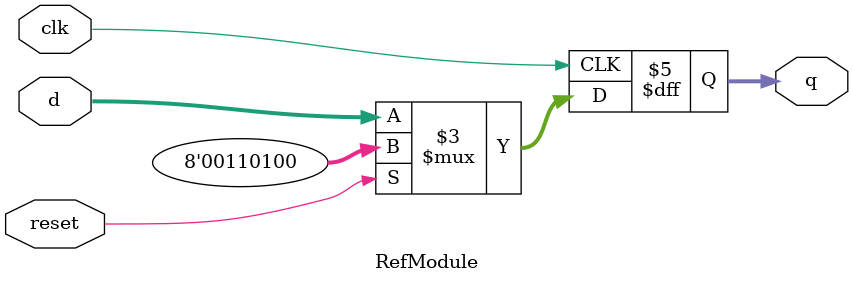
<source format=v>
module RefModule (
  input clk,
  input [7:0] d,
  input reset,
  output reg [7:0] q
);

  always @(negedge clk)
    if (reset)
      q <= 8'h34;
    else
      q <= d;

endmodule
</source>
